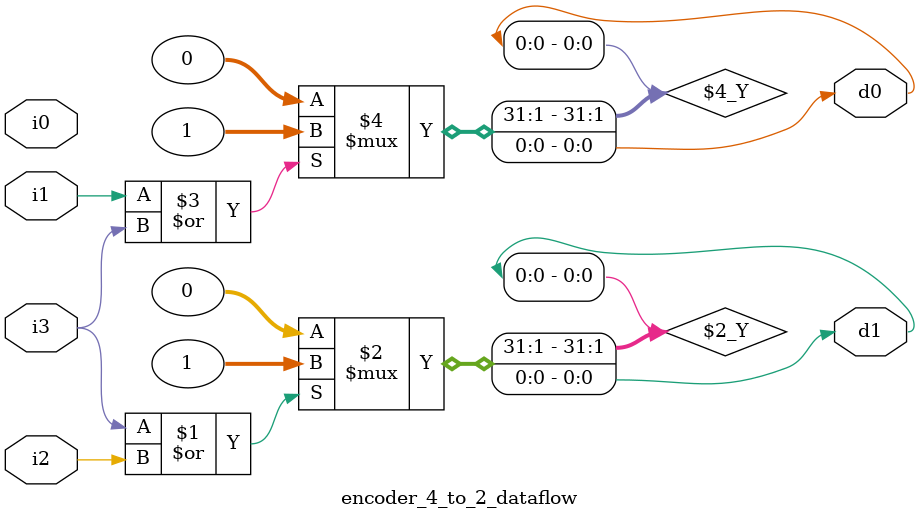
<source format=v>
`timescale 1ns / 1ps


module encoder_4_to_2_dataflow(output d1,d0,input i3,i2,i1,i0);
assign d1=(i3|i2)?1:0;
assign d0=(i1|i3)?1:0;
endmodule

</source>
